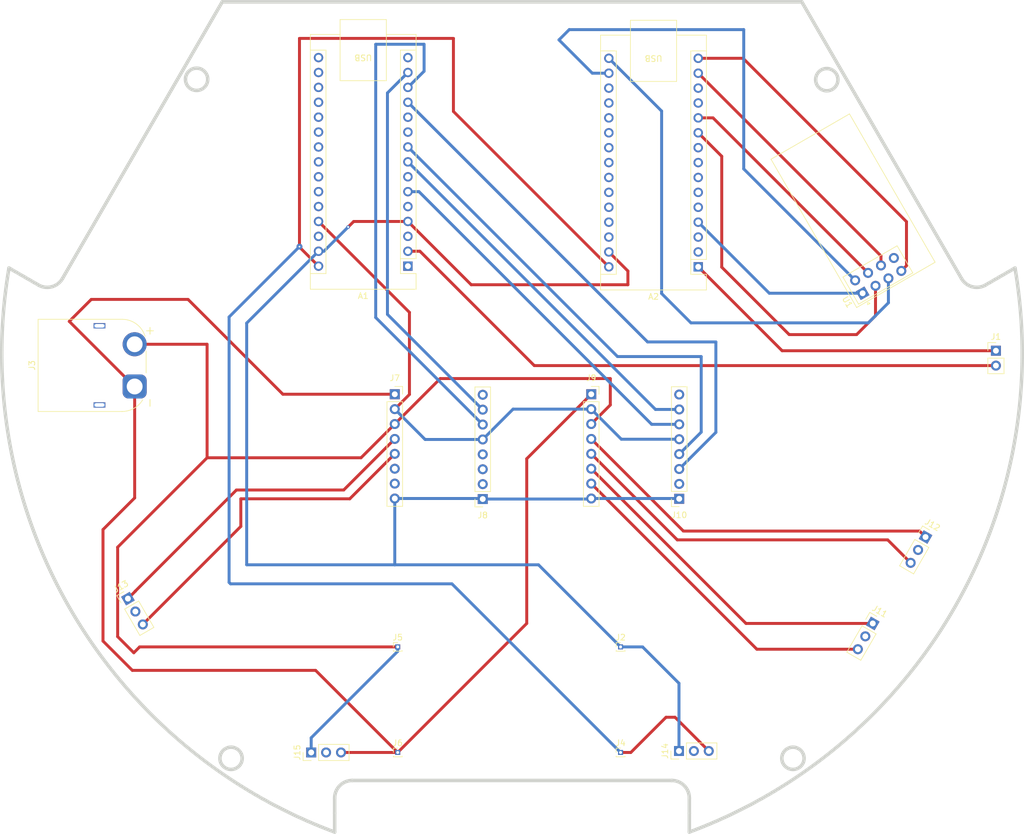
<source format=kicad_pcb>
(kicad_pcb (version 20241229) (generator "pcbnew") (generator_version "9.0")
  (layers (0 "F.Cu" signal) (2 "B.Cu" signal) (13 "F.Paste" user) (15 "B.Paste" user) (5 "F.SilkS" user "F.Silkscreen") (7 "B.SilkS" user "B.Silkscreen") (1 "F.Mask" user) (3 "B.Mask" user) (25 "Edge.Cuts" user))
  (net 0 "")
  (net 2 "Net-(A1-D0{slash}RX)")
  (net 3 "Net-(A1-VIN)")
  (net 5 "Net-(A1-D6)")
  (net 8 "Net-(A1-+5V)")
  (net 10 "Net-(A1-D9)")
  (net 15 "Net-(A1-D5)")
  (net 21 "Net-(A1-D3)")
  (net 24 "Net-(J10-Pin_1)")
  (net 27 "Net-(A1-D11)")
  (net 28 "Net-(A1-D10)")
  (net 32 "Net-(A2-3V3)")
  (net 36 "Net-(A2-D12)")
  (net 39 "Net-(A2-D13)")
  (net 41 "Net-(A2-D8)")
  (net 43 "Net-(A2-D11)")
  (net 45 "Net-(A2-D1{slash}TX)")
  (net 47 "Net-(A2-D7)")
  (net 53 "Net-(U1-GND)")
  (net 58 "Net-(J13-Pin_1)")
  (net 59 "Net-(J13-Pin_3)")
  (net 66 "Net-(J12-Pin_1)")
  (net 67 "Net-(J12-Pin_3)")
  (net 68 "Net-(J11-Pin_1)")
  (net 69 "Net-(J11-Pin_3)")
  (net 76 "Net-(J15-Pin_1)")
  (net 79 "Net-(J15-Pin_3)")
  (footprint "Module:Arduino_Nano" (layer "F.Cu") (at 147.065 66.99 180)
    (property "Reference" "A2" (at 7.62 -5.08 0) (layer "F.SilkS"))
    (property "Value" "Arduino_Nano_v2.x")
    (fp_line (start 16.64 39.5) (end 16.64 -3.94) (stroke (width 0.12)) (layer "F.SilkS"))
    (fp_line (start 16.64 39.5) (end 11.56 39.5) (stroke (width 0.12)) (layer "F.SilkS"))
    (fp_line (start 16.64 -3.94) (end -1.4 -3.94) (stroke (width 0.12)) (layer "F.SilkS"))
    (fp_line (start 13.97 36.83) (end 16.64 36.83) (stroke (width 0.12)) (layer "F.SilkS"))
    (fp_line (start 13.97 -1.27) (end 16.64 -1.27) (stroke (width 0.12)) (layer "F.SilkS"))
    (fp_line (start 13.97 -1.27) (end 13.97 36.83) (stroke (width 0.12)) (layer "F.SilkS"))
    (fp_line (start 11.56 42.04) (end 3.68 42.04) (stroke (width 0.12)) (layer "F.SilkS"))
    (fp_line (start 11.56 31.62) (end 11.56 42.04) (stroke (width 0.12)) (layer "F.SilkS"))
    (fp_line (start 3.68 42.04) (end 3.68 31.62) (stroke (width 0.12)) (layer "F.SilkS"))
    (fp_line (start 3.68 31.62) (end 11.56 31.62) (stroke (width 0.12)) (layer "F.SilkS"))
    (fp_line (start 1.27 36.83) (end -1.4 36.83) (stroke (width 0.12)) (layer "F.SilkS"))
    (fp_line (start 1.27 1.27) (end 1.27 36.83) (stroke (width 0.12)) (layer "F.SilkS"))
    (fp_line (start 1.27 1.27) (end 1.27 -1.27) (stroke (width 0.12)) (layer "F.SilkS"))
    (fp_line (start 1.27 1.27) (end -1.4 1.27) (stroke (width 0.12)) (layer "F.SilkS"))
    (fp_line (start 1.27 -1.27) (end -1.4 -1.27) (stroke (width 0.12)) (layer "F.SilkS"))
    (fp_line (start -1.4 39.5) (end 3.68 39.5) (stroke (width 0.12)) (layer "F.SilkS"))
    (fp_line (start -1.4 1.27) (end -1.4 39.5) (stroke (width 0.12)) (layer "F.SilkS"))
    (fp_line (start -1.4 -3.94) (end -1.4 -1.27) (stroke (width 0.12)) (layer "F.SilkS"))
    (fp_text user "USB" (at 7.62 35.56 180) (layer "F.SilkS"))
    (pad "1" thru_hole rect (at 0 0 180) (size 1.6 1.6) (drill 1) (layers "*.Cu" "*.Mask") (net 45 "Net-(A2-D1{slash}TX)"))
    (pad "2" thru_hole oval (at 0 2.54 180) (size 1.6 1.6) (drill 1) (layers "*.Cu" "*.Mask"))
    (pad "3" thru_hole oval (at 0 5.08 180) (size 1.6 1.6) (drill 1) (layers "*.Cu" "*.Mask"))
    (pad "4" thru_hole oval (at 0 7.62 180) (size 1.6 1.6) (drill 1) (layers "*.Cu" "*.Mask") (net 53 "Net-(U1-GND)"))
    (pad "5" thru_hole oval (at 0 10.16 180) (size 1.6 1.6) (drill 1) (layers "*.Cu" "*.Mask"))
    (pad "6" thru_hole oval (at 0 12.7 180) (size 1.6 1.6) (drill 1) (layers "*.Cu" "*.Mask"))
    (pad "7" thru_hole oval (at 0 15.24 180) (size 1.6 1.6) (drill 1) (layers "*.Cu" "*.Mask"))
    (pad "8" thru_hole oval (at 0 17.78 180) (size 1.6 1.6) (drill 1) (layers "*.Cu" "*.Mask"))
    (pad "9" thru_hole oval (at 0 20.32 180) (size 1.6 1.6) (drill 1) (layers "*.Cu" "*.Mask"))
    (pad "10" thru_hole oval (at 0 22.86 180) (size 1.6 1.6) (drill 1) (layers "*.Cu" "*.Mask") (net 47 "Net-(A2-D7)"))
    (pad "11" thru_hole oval (at 0 25.4 180) (size 1.6 1.6) (drill 1) (layers "*.Cu" "*.Mask") (net 41 "Net-(A2-D8)"))
    (pad "12" thru_hole oval (at 0 27.94 180) (size 1.6 1.6) (drill 1) (layers "*.Cu" "*.Mask"))
    (pad "13" thru_hole oval (at 0 30.48 180) (size 1.6 1.6) (drill 1) (layers "*.Cu" "*.Mask"))
    (pad "14" thru_hole oval (at 0 33.02 180) (size 1.6 1.6) (drill 1) (layers "*.Cu" "*.Mask") (net 43 "Net-(A2-D11)"))
    (pad "15" thru_hole oval (at 0 35.56 180) (size 1.6 1.6) (drill 1) (layers "*.Cu" "*.Mask") (net 36 "Net-(A2-D12)"))
    (pad "16" thru_hole oval (at 15.24 35.56 180) (size 1.6 1.6) (drill 1) (layers "*.Cu" "*.Mask") (net 39 "Net-(A2-D13)"))
    (pad "17" thru_hole oval (at 15.24 33.02 180) (size 1.6 1.6) (drill 1) (layers "*.Cu" "*.Mask") (net 32 "Net-(A2-3V3)"))
    (pad "18" thru_hole oval (at 15.24 30.48 180) (size 1.6 1.6) (drill 1) (layers "*.Cu" "*.Mask"))
    (pad "19" thru_hole oval (at 15.24 27.94 180) (size 1.6 1.6) (drill 1) (layers "*.Cu" "*.Mask"))
    (pad "20" thru_hole oval (at 15.24 25.4 180) (size 1.6 1.6) (drill 1) (layers "*.Cu" "*.Mask"))
    (pad "21" thru_hole oval (at 15.24 22.86 180) (size 1.6 1.6) (drill 1) (layers "*.Cu" "*.Mask"))
    (pad "22" thru_hole oval (at 15.24 20.32 180) (size 1.6 1.6) (drill 1) (layers "*.Cu" "*.Mask"))
    (pad "23" thru_hole oval (at 15.24 17.78 180) (size 1.6 1.6) (drill 1) (layers "*.Cu" "*.Mask"))
    (pad "24" thru_hole oval (at 15.24 15.24 180) (size 1.6 1.6) (drill 1) (layers "*.Cu" "*.Mask"))
    (pad "25" thru_hole oval (at 15.24 12.7 180) (size 1.6 1.6) (drill 1) (layers "*.Cu" "*.Mask"))
    (pad "26" thru_hole oval (at 15.24 10.16 180) (size 1.6 1.6) (drill 1) (layers "*.Cu" "*.Mask"))
    (pad "27" thru_hole oval (at 15.24 7.62 180) (size 1.6 1.6) (drill 1) (layers "*.Cu" "*.Mask"))
    (pad "28" thru_hole oval (at 15.24 5.08 180) (size 1.6 1.6) (drill 1) (layers "*.Cu" "*.Mask"))
    (pad "29" thru_hole oval (at 15.24 2.54 180) (size 1.6 1.6) (drill 1) (layers "*.Cu" "*.Mask") (net 24 "Net-(J10-Pin_1)"))
    (pad "30" thru_hole oval (at 15.24 0 180) (size 1.6 1.6) (drill 1) (layers "*.Cu" "*.Mask") (net 3 "Net-(A1-VIN)"))
  )
  (footprint "Connector_PinHeader_2.54mm:PinHeader_1x02_P2.54mm_Vertical" (layer "F.Cu") (at 197.825 81.29)
    (property "Reference" "J1" (at 0 -2.38 0) (layer "F.SilkS"))
    (property "Value" "Conn_01x02_Pin")
    (fp_line (start -1.38 -1.38) (end 0 -1.38) (stroke (width 0.12)) (layer "F.SilkS"))
    (fp_line (start -1.38 0) (end -1.38 -1.38) (stroke (width 0.12)) (layer "F.SilkS"))
    (fp_line (start -1.38 1.27) (end -1.38 3.92) (stroke (width 0.12)) (layer "F.SilkS"))
    (fp_line (start -1.38 1.27) (end 1.38 1.27) (stroke (width 0.12)) (layer "F.SilkS"))
    (fp_line (start -1.38 3.92) (end 1.38 3.92) (stroke (width 0.12)) (layer "F.SilkS"))
    (fp_line (start 1.38 1.27) (end 1.38 3.92) (stroke (width 0.12)) (layer "F.SilkS"))
    (pad "1" thru_hole rect (at 0 0) (size 1.7 1.7) (drill 1) (layers "*.Cu" "*.Mask") (net 45 "Net-(A2-D1{slash}TX)"))
    (pad "2" thru_hole circle (at 0 2.54) (size 1.7 1.7) (drill 1) (layers "*.Cu" "*.Mask") (net 2 "Net-(A1-D0{slash}RX)"))
  )
  (footprint "Connector_PinHeader_1.00mm:PinHeader_1x01_P1.00mm_Vertical" (layer "F.Cu") (at 95.825 149.79)
    (property "Reference" "J6" (at 0 -1.61 0) (layer "F.SilkS"))
    (property "Value" "Conn_01x01_Pin")
    (fp_line (start -0.745 -0.735) (end 0 -0.735) (stroke (width 0.12)) (layer "F.SilkS"))
    (fp_line (start -0.745 0) (end -0.745 -0.735) (stroke (width 0.12)) (layer "F.SilkS"))
    (fp_line (start -0.745 0.735) (end -0.745 0.61) (stroke (width 0.12)) (layer "F.SilkS"))
    (fp_line (start -0.745 0.735) (end -0.685565 0.735) (stroke (width 0.12)) (layer "F.SilkS"))
    (fp_line (start -0.745 0.735) (end 0.745 0.735) (stroke (width 0.12)) (layer "F.SilkS"))
    (fp_line (start 0.685565 0.735) (end 0.745 0.735) (stroke (width 0.12)) (layer "F.SilkS"))
    (fp_line (start 0.745 0.735) (end 0.745 0.61) (stroke (width 0.12)) (layer "F.SilkS"))
    (pad "1" thru_hole rect (at 0 0) (size 0.85 0.85) (drill 0.5) (layers "*.Cu" "*.Mask") (net 79 "Net-(J15-Pin_3)"))
  )
  (footprint "Connector_PinHeader_2.54mm:PinHeader_1x03_P2.54mm_Vertical" (layer "F.Cu") (at 81.075 149.79 90)
    (property "Reference" "J15" (at 0 -2.38 90) (layer "F.SilkS"))
    (property "Value" "Conn_01x03_Pin")
    (fp_line (start -1.38 -1.38) (end 0 -1.38) (stroke (width 0.12)) (layer "F.SilkS"))
    (fp_line (start -1.38 0) (end -1.38 -1.38) (stroke (width 0.12)) (layer "F.SilkS"))
    (fp_line (start 1.38 1.27) (end 1.38 6.46) (stroke (width 0.12)) (layer "F.SilkS"))
    (fp_line (start -1.38 1.27) (end 1.38 1.27) (stroke (width 0.12)) (layer "F.SilkS"))
    (fp_line (start -1.38 1.27) (end -1.38 6.46) (stroke (width 0.12)) (layer "F.SilkS"))
    (fp_line (start -1.38 6.46) (end 1.38 6.46) (stroke (width 0.12)) (layer "F.SilkS"))
    (pad "1" thru_hole rect (at 0 0 90) (size 1.7 1.7) (drill 1) (layers "*.Cu" "*.Mask") (net 76 "Net-(J15-Pin_1)"))
    (pad "2" thru_hole circle (at 0 2.54 90) (size 1.7 1.7) (drill 1) (layers "*.Cu" "*.Mask"))
    (pad "3" thru_hole circle (at 0 5.08 90) (size 1.7 1.7) (drill 1) (layers "*.Cu" "*.Mask") (net 79 "Net-(J15-Pin_3)"))
  )
  (footprint "Connector_PinHeader_1.00mm:PinHeader_1x01_P1.00mm_Vertical" (layer "F.Cu") (at 95.825 131.79)
    (property "Reference" "J5" (at 0 -1.61 0) (layer "F.SilkS"))
    (property "Value" "Conn_01x01_Pin")
    (fp_line (start -0.745 -0.735) (end 0 -0.735) (stroke (width 0.12)) (layer "F.SilkS"))
    (fp_line (start -0.745 0) (end -0.745 -0.735) (stroke (width 0.12)) (layer "F.SilkS"))
    (fp_line (start -0.745 0.735) (end -0.745 0.61) (stroke (width 0.12)) (layer "F.SilkS"))
    (fp_line (start -0.745 0.735) (end -0.685565 0.735) (stroke (width 0.12)) (layer "F.SilkS"))
    (fp_line (start -0.745 0.735) (end 0.745 0.735) (stroke (width 0.12)) (layer "F.SilkS"))
    (fp_line (start 0.685565 0.735) (end 0.745 0.735) (stroke (width 0.12)) (layer "F.SilkS"))
    (fp_line (start 0.745 0.735) (end 0.745 0.61) (stroke (width 0.12)) (layer "F.SilkS"))
    (pad "1" thru_hole rect (at 0 0) (size 0.85 0.85) (drill 0.5) (layers "*.Cu" "*.Mask") (net 76 "Net-(J15-Pin_1)"))
  )
  (footprint "RF_Module:nRF24L01_Breakout" (layer "F.Cu") (at 175.095 71.489705 120)
    (property "Reference" "U1" (at 0 -3 120) (layer "F.SilkS"))
    (property "Value" "NRF24L01_Breakout")
    (fp_line (start 27.6 -2.1) (end 27.6 13.35) (stroke (width 0.12)) (layer "F.SilkS"))
    (fp_line (start 4.064 -1.524) (end 4.064 9.144) (stroke (width 0.12)) (layer "F.SilkS"))
    (fp_line (start 27.6 13.35) (end -1.6 13.35) (stroke (width 0.12)) (layer "F.SilkS"))
    (fp_line (start -1.6 -2.1) (end 27.6 -2.1) (stroke (width 0.12)) (layer "F.SilkS"))
    (fp_line (start -1.6 -2.1) (end -1.6 -2.1) (stroke (width 0.12)) (layer "F.SilkS"))
    (fp_line (start -1.27 -1.524) (end 4.064 -1.524) (stroke (width 0.12)) (layer "F.SilkS"))
    (fp_line (start -1.27 -1.524) (end -1.27 -1.524) (stroke (width 0.12)) (layer "F.SilkS"))
    (fp_line (start 4.064 9.144) (end -1.27 9.144) (stroke (width 0.12)) (layer "F.SilkS"))
    (fp_line (start -1.27 9.144) (end -1.27 -1.524) (stroke (width 0.12)) (layer "F.SilkS"))
    (fp_line (start -1.27 9.144) (end -1.27 9.144) (stroke (width 0.12)) (layer "F.SilkS"))
    (fp_line (start -1.6 13.35) (end -1.6 -2.1) (stroke (width 0.12)) (layer "F.SilkS"))
    (fp_poly (pts (xy -1.8 0) (xy -2.136 0.24) (xy -2.136 -0.24) (xy -1.8 0)) (stroke (width 0.12)) (fill yes) (layer "F.SilkS"))
    (pad "1" thru_hole rect (at 0 0 120) (size 1.7 1.7) (drill 1) (layers "*.Cu" "*.Mask") (net 53 "Net-(U1-GND)"))
    (pad "2" thru_hole circle (at 2.54 0 120) (size 1.7 1.7) (drill 1) (layers "*.Cu" "*.Mask") (net 32 "Net-(A2-3V3)"))
    (pad "3" thru_hole circle (at 0 2.54 120) (size 1.7 1.7) (drill 1) (layers "*.Cu" "*.Mask") (net 47 "Net-(A2-D7)"))
    (pad "4" thru_hole circle (at 2.54 2.540001 120) (size 1.7 1.7) (drill 1) (layers "*.Cu" "*.Mask") (net 41 "Net-(A2-D8)"))
    (pad "5" thru_hole circle (at 0 5.08 120) (size 1.7 1.7) (drill 1) (layers "*.Cu" "*.Mask") (net 39 "Net-(A2-D13)"))
    (pad "6" thru_hole circle (at 2.54 5.08 120) (size 1.7 1.7) (drill 1) (layers "*.Cu" "*.Mask") (net 43 "Net-(A2-D11)"))
    (pad "7" thru_hole circle (at 0 7.62 120) (size 1.7 1.7) (drill 1) (layers "*.Cu" "*.Mask") (net 36 "Net-(A2-D12)"))
    (pad "8" thru_hole circle (at 2.54 7.620001 120) (size 1.7 1.7) (drill 1) (layers "*.Cu" "*.Mask"))
  )
  (footprint "Connector_PinSocket_2.54mm:PinSocket_1x08_P2.54mm_Vertical" (layer "F.Cu") (at 95.325 88.71)
    (property "Reference" "J7" (at 0 -2.77 0) (layer "F.SilkS"))
    (property "Value" "Conn_01x08_Socket")
    (fp_line (start -1.33 1.27) (end -1.33 19.11) (stroke (width 0.12)) (layer "F.SilkS"))
    (fp_line (start -1.33 1.27) (end 1.33 1.27) (stroke (width 0.12)) (layer "F.SilkS"))
    (fp_line (start -1.33 19.11) (end 1.33 19.11) (stroke (width 0.12)) (layer "F.SilkS"))
    (fp_line (start 0 -1.33) (end 1.33 -1.33) (stroke (width 0.12)) (layer "F.SilkS"))
    (fp_line (start 1.33 -1.33) (end 1.33 0) (stroke (width 0.12)) (layer "F.SilkS"))
    (fp_line (start 1.33 1.27) (end 1.33 19.11) (stroke (width 0.12)) (layer "F.SilkS"))
    (pad "1" thru_hole rect (at 0 0) (size 1.7 1.7) (drill 1) (layers "*.Cu" "*.Mask") (net 79 "Net-(J15-Pin_3)"))
    (pad "2" thru_hole circle (at 0 2.54) (size 1.7 1.7) (drill 1) (layers "*.Cu" "*.Mask") (net 8 "Net-(A1-+5V)"))
    (pad "3" thru_hole circle (at 0 5.08) (size 1.7 1.7) (drill 1) (layers "*.Cu" "*.Mask") (net 76 "Net-(J15-Pin_1)"))
    (pad "4" thru_hole circle (at 0 7.62) (size 1.7 1.7) (drill 1) (layers "*.Cu" "*.Mask") (net 58 "Net-(J13-Pin_1)"))
    (pad "5" thru_hole circle (at 0 10.16) (size 1.7 1.7) (drill 1) (layers "*.Cu" "*.Mask") (net 59 "Net-(J13-Pin_3)"))
    (pad "6" thru_hole circle (at 0 12.7) (size 1.7 1.7) (drill 1) (layers "*.Cu" "*.Mask"))
    (pad "7" thru_hole circle (at 0 15.24) (size 1.7 1.7) (drill 1) (layers "*.Cu" "*.Mask"))
    (pad "8" thru_hole circle (at 0 17.78) (size 1.7 1.7) (drill 1) (layers "*.Cu" "*.Mask") (net 24 "Net-(J10-Pin_1)"))
  )
  (footprint "Connector_PinHeader_1.00mm:PinHeader_1x01_P1.00mm_Vertical" (layer "F.Cu") (at 133.825 131.79)
    (property "Reference" "J2" (at 0 -1.61 0) (layer "F.SilkS"))
    (property "Value" "Conn_01x01_Pin")
    (fp_line (start -0.745 -0.735) (end 0 -0.735) (stroke (width 0.12)) (layer "F.SilkS"))
    (fp_line (start -0.745 0) (end -0.745 -0.735) (stroke (width 0.12)) (layer "F.SilkS"))
    (fp_line (start -0.745 0.735) (end -0.745 0.61) (stroke (width 0.12)) (layer "F.SilkS"))
    (fp_line (start -0.745 0.735) (end -0.685565 0.735) (stroke (width 0.12)) (layer "F.SilkS"))
    (fp_line (start -0.745 0.735) (end 0.745 0.735) (stroke (width 0.12)) (layer "F.SilkS"))
    (fp_line (start 0.685565 0.735) (end 0.745 0.735) (stroke (width 0.12)) (layer "F.SilkS"))
    (fp_line (start 0.745 0.735) (end 0.745 0.61) (stroke (width 0.12)) (layer "F.SilkS"))
    (pad "1" thru_hole rect (at 0 0) (size 0.85 0.85) (drill 0.5) (layers "*.Cu" "*.Mask") (net 24 "Net-(J10-Pin_1)"))
  )
  (footprint "Connector_PinHeader_2.54mm:PinHeader_1x03_P2.54mm_Vertical" (layer "F.Cu") (at 49.825 123.557949 30)
    (property "Reference" "J13" (at 0 -2.38 30) (layer "F.SilkS"))
    (property "Value" "Conn_01x03_Pin")
    (fp_line (start -1.38 -1.38) (end 0 -1.38) (stroke (width 0.12)) (layer "F.SilkS"))
    (fp_line (start -1.38 0) (end -1.38 -1.38) (stroke (width 0.12)) (layer "F.SilkS"))
    (fp_line (start -1.38 1.27) (end 1.38 1.27) (stroke (width 0.12)) (layer "F.SilkS"))
    (fp_line (start -1.38 1.27) (end -1.38 6.46) (stroke (width 0.12)) (layer "F.SilkS"))
    (fp_line (start 1.38 1.27) (end 1.38 6.46) (stroke (width 0.12)) (layer "F.SilkS"))
    (fp_line (start -1.38 6.46) (end 1.38 6.46) (stroke (width 0.12)) (layer "F.SilkS"))
    (pad "1" thru_hole rect (at 0 0 30) (size 1.7 1.7) (drill 1) (layers "*.Cu" "*.Mask") (net 58 "Net-(J13-Pin_1)"))
    (pad "2" thru_hole circle (at 0 2.54 30) (size 1.7 1.7) (drill 1) (layers "*.Cu" "*.Mask"))
    (pad "3" thru_hole circle (at 0 5.08 30) (size 1.7 1.7) (drill 1) (layers "*.Cu" "*.Mask") (net 59 "Net-(J13-Pin_3)"))
  )
  (footprint "Module:Arduino_Nano" (layer "F.Cu") (at 97.565 66.87 180)
    (property "Reference" "A1" (at 7.62 -5.08 0) (layer "F.SilkS"))
    (property "Value" "Arduino_Nano_v2.x")
    (fp_line (start 16.64 39.5) (end 16.64 -3.94) (stroke (width 0.12)) (layer "F.SilkS"))
    (fp_line (start 16.64 39.5) (end 11.56 39.5) (stroke (width 0.12)) (layer "F.SilkS"))
    (fp_line (start 16.64 -3.94) (end -1.4 -3.94) (stroke (width 0.12)) (layer "F.SilkS"))
    (fp_line (start 13.97 36.83) (end 16.64 36.83) (stroke (width 0.12)) (layer "F.SilkS"))
    (fp_line (start 13.97 -1.27) (end 16.64 -1.27) (stroke (width 0.12)) (layer "F.SilkS"))
    (fp_line (start 13.97 -1.27) (end 13.97 36.83) (stroke (width 0.12)) (layer "F.SilkS"))
    (fp_line (start 11.56 42.04) (end 3.68 42.04) (stroke (width 0.12)) (layer "F.SilkS"))
    (fp_line (start 11.56 31.62) (end 11.56 42.04) (stroke (width 0.12)) (layer "F.SilkS"))
    (fp_line (start 3.68 42.04) (end 3.68 31.62) (stroke (width 0.12)) (layer "F.SilkS"))
    (fp_line (start 3.68 31.62) (end 11.56 31.62) (stroke (width 0.12)) (layer "F.SilkS"))
    (fp_line (start 1.27 36.83) (end -1.4 36.83) (stroke (width 0.12)) (layer "F.SilkS"))
    (fp_line (start 1.27 1.27) (end 1.27 36.83) (stroke (width 0.12)) (layer "F.SilkS"))
    (fp_line (start 1.27 1.27) (end 1.27 -1.27) (stroke (width 0.12)) (layer "F.SilkS"))
    (fp_line (start 1.27 1.27) (end -1.4 1.27) (stroke (width 0.12)) (layer "F.SilkS"))
    (fp_line (start 1.27 -1.27) (end -1.4 -1.27) (stroke (width 0.12)) (layer "F.SilkS"))
    (fp_line (start -1.4 39.5) (end 3.68 39.5) (stroke (width 0.12)) (layer "F.SilkS"))
    (fp_line (start -1.4 1.27) (end -1.4 39.5) (stroke (width 0.12)) (layer "F.SilkS"))
    (fp_line (start -1.4 -3.94) (end -1.4 -1.27) (stroke (width 0.12)) (layer "F.SilkS"))
    (fp_text user "USB" (at 7.62 35.56 180) (layer "F.SilkS"))
    (pad "1" thru_hole rect (at 0 0 180) (size 1.6 1.6) (drill 1) (layers "*.Cu" "*.Mask"))
    (pad "2" thru_hole oval (at 0 2.54 180) (size 1.6 1.6) (drill 1) (layers "*.Cu" "*.Mask") (net 2 "Net-(A1-D0{slash}RX)"))
    (pad "3" thru_hole oval (at 0 5.08 180) (size 1.6 1.6) (drill 1) (layers "*.Cu" "*.Mask"))
    (pad "4" thru_hole oval (at 0 7.62 180) (size 1.6 1.6) (drill 1) (layers "*.Cu" "*.Mask") (net 24 "Net-(J10-Pin_1)"))
    (pad "5" thru_hole oval (at 0 10.16 180) (size 1.6 1.6) (drill 1) (layers "*.Cu" "*.Mask"))
    (pad "6" thru_hole oval (at 0 12.7 180) (size 1.6 1.6) (drill 1) (layers "*.Cu" "*.Mask") (net 21 "Net-(A1-D3)"))
    (pad "7" thru_hole oval (at 0 15.24 180) (size 1.6 1.6) (drill 1) (layers "*.Cu" "*.Mask"))
    (pad "8" thru_hole oval (at 0 17.78 180) (size 1.6 1.6) (drill 1) (layers "*.Cu" "*.Mask") (net 15 "Net-(A1-D5)"))
    (pad "9" thru_hole oval (at 0 20.32 180) (size 1.6 1.6) (drill 1) (layers "*.Cu" "*.Mask") (net 5 "Net-(A1-D6)"))
    (pad "10" thru_hole oval (at 0 22.86 180) (size 1.6 1.6) (drill 1) (layers "*.Cu" "*.Mask"))
    (pad "11" thru_hole oval (at 0 25.4 180) (size 1.6 1.6) (drill 1) (layers "*.Cu" "*.Mask"))
    (pad "12" thru_hole oval (at 0 27.94 180) (size 1.6 1.6) (drill 1) (layers "*.Cu" "*.Mask") (net 10 "Net-(A1-D9)"))
    (pad "13" thru_hole oval (at 0 30.48 180) (size 1.6 1.6) (drill 1) (layers "*.Cu" "*.Mask") (net 28 "Net-(A1-D10)"))
    (pad "14" thru_hole oval (at 0 33.02 180) (size 1.6 1.6) (drill 1) (layers "*.Cu" "*.Mask") (net 27 "Net-(A1-D11)"))
    (pad "15" thru_hole oval (at 0 35.56 180) (size 1.6 1.6) (drill 1) (layers "*.Cu" "*.Mask"))
    (pad "16" thru_hole oval (at 15.24 35.56 180) (size 1.6 1.6) (drill 1) (layers "*.Cu" "*.Mask"))
    (pad "17" thru_hole oval (at 15.24 33.02 180) (size 1.6 1.6) (drill 1) (layers "*.Cu" "*.Mask"))
    (pad "18" thru_hole oval (at 15.24 30.48 180) (size 1.6 1.6) (drill 1) (layers "*.Cu" "*.Mask"))
    (pad "19" thru_hole oval (at 15.24 27.94 180) (size 1.6 1.6) (drill 1) (layers "*.Cu" "*.Mask"))
    (pad "20" thru_hole oval (at 15.24 25.4 180) (size 1.6 1.6) (drill 1) (layers "*.Cu" "*.Mask"))
    (pad "21" thru_hole oval (at 15.24 22.86 180) (size 1.6 1.6) (drill 1) (layers "*.Cu" "*.Mask"))
    (pad "22" thru_hole oval (at 15.24 20.32 180) (size 1.6 1.6) (drill 1) (layers "*.Cu" "*.Mask"))
    (pad "23" thru_hole oval (at 15.24 17.78 180) (size 1.6 1.6) (drill 1) (layers "*.Cu" "*.Mask"))
    (pad "24" thru_hole oval (at 15.24 15.24 180) (size 1.6 1.6) (drill 1) (layers "*.Cu" "*.Mask"))
    (pad "25" thru_hole oval (at 15.24 12.7 180) (size 1.6 1.6) (drill 1) (layers "*.Cu" "*.Mask"))
    (pad "26" thru_hole oval (at 15.24 10.16 180) (size 1.6 1.6) (drill 1) (layers "*.Cu" "*.Mask"))
    (pad "27" thru_hole oval (at 15.24 7.62 180) (size 1.6 1.6) (drill 1) (layers "*.Cu" "*.Mask") (net 8 "Net-(A1-+5V)"))
    (pad "28" thru_hole oval (at 15.24 5.08 180) (size 1.6 1.6) (drill 1) (layers "*.Cu" "*.Mask"))
    (pad "29" thru_hole oval (at 15.24 2.54 180) (size 1.6 1.6) (drill 1) (layers "*.Cu" "*.Mask") (net 24 "Net-(J10-Pin_1)"))
    (pad "30" thru_hole oval (at 15.24 0 180) (size 1.6 1.6) (drill 1) (layers "*.Cu" "*.Mask") (net 3 "Net-(A1-VIN)"))
  )
  (footprint "Connector_PinHeader_2.54mm:PinHeader_1x03_P2.54mm_Vertical" (layer "F.Cu") (at 143.785 149.54 90)
    (property "Reference" "J14" (at 0 -2.38 90) (layer "F.SilkS"))
    (property "Value" "Conn_01x03_Pin")
    (fp_line (start -1.38 -1.38) (end 0 -1.38) (stroke (width 0.12)) (layer "F.SilkS"))
    (fp_line (start -1.38 0) (end -1.38 -1.38) (stroke (width 0.12)) (layer "F.SilkS"))
    (fp_line (start 1.38 1.27) (end 1.38 6.46) (stroke (width 0.12)) (layer "F.SilkS"))
    (fp_line (start -1.38 1.27) (end 1.38 1.27) (stroke (width 0.12)) (layer "F.SilkS"))
    (fp_line (start -1.38 1.27) (end -1.38 6.46) (stroke (width 0.12)) (layer "F.SilkS"))
    (fp_line (start -1.38 6.46) (end 1.38 6.46) (stroke (width 0.12)) (layer "F.SilkS"))
    (pad "1" thru_hole rect (at 0 0 90) (size 1.7 1.7) (drill 1) (layers "*.Cu" "*.Mask") (net 24 "Net-(J10-Pin_1)"))
    (pad "2" thru_hole circle (at 0 2.54 90) (size 1.7 1.7) (drill 1) (layers "*.Cu" "*.Mask"))
    (pad "3" thru_hole circle (at 0 5.08 90) (size 1.7 1.7) (drill 1) (layers "*.Cu" "*.Mask") (net 3 "Net-(A1-VIN)"))
  )
  (footprint "Connector_PinHeader_2.54mm:PinHeader_1x03_P2.54mm_Vertical" (layer "F.Cu") (at 176.825 127.79 -30)
    (property "Reference" "J11" (at 0 -2.38 330) (layer "F.SilkS"))
    (property "Value" "Conn_01x03_Pin")
    (fp_line (start -1.38 6.46) (end 1.38 6.46) (stroke (width 0.12)) (layer "F.SilkS"))
    (fp_line (start -1.38 1.27) (end -1.38 6.46) (stroke (width 0.12)) (layer "F.SilkS"))
    (fp_line (start -1.38 1.27) (end 1.38 1.27) (stroke (width 0.12)) (layer "F.SilkS"))
    (fp_line (start -1.38 0) (end -1.38 -1.38) (stroke (width 0.12)) (layer "F.SilkS"))
    (fp_line (start -1.38 -1.38) (end 0 -1.38) (stroke (width 0.12)) (layer "F.SilkS"))
    (fp_line (start 1.38 1.27) (end 1.38 6.46) (stroke (width 0.12)) (layer "F.SilkS"))
    (pad "1" thru_hole rect (at 0 0 330) (size 1.7 1.7) (drill 1) (layers "*.Cu" "*.Mask") (net 68 "Net-(J11-Pin_1)"))
    (pad "2" thru_hole circle (at 0 2.54 330) (size 1.7 1.7) (drill 1) (layers "*.Cu" "*.Mask"))
    (pad "3" thru_hole circle (at 0 5.08 330) (size 1.7 1.7) (drill 1) (layers "*.Cu" "*.Mask") (net 69 "Net-(J11-Pin_3)"))
  )
  (footprint "Connector_PinHeader_1.00mm:PinHeader_1x01_P1.00mm_Vertical" (layer "F.Cu") (at 133.825 149.79)
    (property "Reference" "J4" (at 0 -1.61 0) (layer "F.SilkS"))
    (property "Value" "Conn_01x01_Pin")
    (fp_line (start -0.745 -0.735) (end 0 -0.735) (stroke (width 0.12)) (layer "F.SilkS"))
    (fp_line (start -0.745 0) (end -0.745 -0.735) (stroke (width 0.12)) (layer "F.SilkS"))
    (fp_line (start -0.745 0.735) (end -0.745 0.61) (stroke (width 0.12)) (layer "F.SilkS"))
    (fp_line (start -0.745 0.735) (end -0.685565 0.735) (stroke (width 0.12)) (layer "F.SilkS"))
    (fp_line (start -0.745 0.735) (end 0.745 0.735) (stroke (width 0.12)) (layer "F.SilkS"))
    (fp_line (start 0.685565 0.735) (end 0.745 0.735) (stroke (width 0.12)) (layer "F.SilkS"))
    (fp_line (start 0.745 0.735) (end 0.745 0.61) (stroke (width 0.12)) (layer "F.SilkS"))
    (pad "1" thru_hole rect (at 0 0) (size 0.85 0.85) (drill 0.5) (layers "*.Cu" "*.Mask") (net 3 "Net-(A1-VIN)"))
  )
  (footprint "Connector_PinHeader_2.54mm:PinHeader_1x03_P2.54mm_Vertical" (layer "F.Cu") (at 185.825 113.057949 -30)
    (property "Reference" "J12" (at 0 -2.38 330) (layer "F.SilkS"))
    (property "Value" "Conn_01x03_Pin")
    (fp_line (start -1.38 6.46) (end 1.38 6.46) (stroke (width 0.12)) (layer "F.SilkS"))
    (fp_line (start -1.38 1.27) (end -1.38 6.46) (stroke (width 0.12)) (layer "F.SilkS"))
    (fp_line (start -1.38 1.27) (end 1.38 1.27) (stroke (width 0.12)) (layer "F.SilkS"))
    (fp_line (start -1.38 0) (end -1.38 -1.38) (stroke (width 0.12)) (layer "F.SilkS"))
    (fp_line (start -1.38 -1.38) (end 0 -1.38) (stroke (width 0.12)) (layer "F.SilkS"))
    (fp_line (start 1.38 1.27) (end 1.38 6.46) (stroke (width 0.12)) (layer "F.SilkS"))
    (pad "1" thru_hole rect (at 0 0 330) (size 1.7 1.7) (drill 1) (layers "*.Cu" "*.Mask") (net 66 "Net-(J12-Pin_1)"))
    (pad "2" thru_hole circle (at 0 2.54 330) (size 1.7 1.7) (drill 1) (layers "*.Cu" "*.Mask"))
    (pad "3" thru_hole circle (at 0 5.08 330) (size 1.7 1.7) (drill 1) (layers "*.Cu" "*.Mask") (net 67 "Net-(J12-Pin_3)"))
  )
  (footprint "Connector_PinSocket_2.54mm:PinSocket_1x08_P2.54mm_Vertical" (layer "F.Cu") (at 128.825 88.71)
    (property "Reference" "J9" (at 0 -2.77 0) (layer "F.SilkS"))
    (property "Value" "Conn_01x08_Socket")
    (fp_line (start -1.33 1.27) (end -1.33 19.11) (stroke (width 0.12)) (layer "F.SilkS"))
    (fp_line (start -1.33 1.27) (end 1.33 1.27) (stroke (width 0.12)) (layer "F.SilkS"))
    (fp_line (start -1.33 19.11) (end 1.33 19.11) (stroke (width 0.12)) (layer "F.SilkS"))
    (fp_line (start 0 -1.33) (end 1.33 -1.33) (stroke (width 0.12)) (layer "F.SilkS"))
    (fp_line (start 1.33 -1.33) (end 1.33 0) (stroke (width 0.12)) (layer "F.SilkS"))
    (fp_line (start 1.33 1.27) (end 1.33 19.11) (stroke (width 0.12)) (layer "F.SilkS"))
    (pad "1" thru_hole rect (at 0 0) (size 1.7 1.7) (drill 1) (layers "*.Cu" "*.Mask") (net 79 "Net-(J15-Pin_3)"))
    (pad "2" thru_hole circle (at 0 2.54) (size 1.7 1.7) (drill 1) (layers "*.Cu" "*.Mask") (net 8 "Net-(A1-+5V)"))
    (pad "3" thru_hole circle (at 0 5.08) (size 1.7 1.7) (drill 1) (layers "*.Cu" "*.Mask") (net 76 "Net-(J15-Pin_1)"))
    (pad "4" thru_hole circle (at 0 7.62) (size 1.7 1.7) (drill 1) (layers "*.Cu" "*.Mask") (net 66 "Net-(J12-Pin_1)"))
    (pad "5" thru_hole circle (at 0 10.16) (size 1.7 1.7) (drill 1) (layers "*.Cu" "*.Mask") (net 67 "Net-(J12-Pin_3)"))
    (pad "6" thru_hole circle (at 0 12.7) (size 1.7 1.7) (drill 1) (layers "*.Cu" "*.Mask") (net 68 "Net-(J11-Pin_1)"))
    (pad "7" thru_hole circle (at 0 15.24) (size 1.7 1.7) (drill 1) (layers "*.Cu" "*.Mask") (net 69 "Net-(J11-Pin_3)"))
    (pad "8" thru_hole circle (at 0 17.78) (size 1.7 1.7) (drill 1) (layers "*.Cu" "*.Mask") (net 24 "Net-(J10-Pin_1)"))
  )
  (footprint "Connector_PinSocket_2.54mm:PinSocket_1x08_P2.54mm_Vertical" (layer "F.Cu") (at 143.825 106.54 180)
    (property "Reference" "J10" (at 0 -2.77 0) (layer "F.SilkS"))
    (property "Value" "Conn_01x08_Socket")
    (fp_line (start 1.33 1.27) (end 1.33 19.11) (stroke (width 0.12)) (layer "F.SilkS"))
    (fp_line (start 1.33 -1.33) (end 1.33 0) (stroke (width 0.12)) (layer "F.SilkS"))
    (fp_line (start 0 -1.33) (end 1.33 -1.33) (stroke (width 0.12)) (layer "F.SilkS"))
    (fp_line (start -1.33 19.11) (end 1.33 19.11) (stroke (width 0.12)) (layer "F.SilkS"))
    (fp_line (start -1.33 1.27) (end 1.33 1.27) (stroke (width 0.12)) (layer "F.SilkS"))
    (fp_line (start -1.33 1.27) (end -1.33 19.11) (stroke (width 0.12)) (layer "F.SilkS"))
    (pad "1" thru_hole rect (at 0 0 180) (size 1.7 1.7) (drill 1) (layers "*.Cu" "*.Mask") (net 24 "Net-(J10-Pin_1)"))
    (pad "2" thru_hole circle (at 0 2.54 180) (size 1.7 1.7) (drill 1) (layers "*.Cu" "*.Mask"))
    (pad "3" thru_hole circle (at 0 5.08 180) (size 1.7 1.7) (drill 1) (layers "*.Cu" "*.Mask") (net 10 "Net-(A1-D9)"))
    (pad "4" thru_hole circle (at 0 7.62 180) (size 1.7 1.7) (drill 1) (layers "*.Cu" "*.Mask") (net 5 "Net-(A1-D6)"))
    (pad "5" thru_hole circle (at 0 10.16 180) (size 1.7 1.7) (drill 1) (layers "*.Cu" "*.Mask") (net 8 "Net-(A1-+5V)"))
    (pad "6" thru_hole circle (at 0 12.7 180) (size 1.7 1.7) (drill 1) (layers "*.Cu" "*.Mask") (net 21 "Net-(A1-D3)"))
    (pad "7" thru_hole circle (at 0 15.24 180) (size 1.7 1.7) (drill 1) (layers "*.Cu" "*.Mask") (net 15 "Net-(A1-D5)"))
    (pad "8" thru_hole circle (at 0 17.78 180) (size 1.7 1.7) (drill 1) (layers "*.Cu" "*.Mask"))
  )
  (footprint "Connector_PinSocket_2.54mm:PinSocket_1x08_P2.54mm_Vertical" (layer "F.Cu") (at 110.325 106.58 180)
    (property "Reference" "J8" (at 0 -2.77 0) (layer "F.SilkS"))
    (property "Value" "Conn_01x08_Socket")
    (fp_line (start 1.33 1.27) (end 1.33 19.11) (stroke (width 0.12)) (layer "F.SilkS"))
    (fp_line (start 1.33 -1.33) (end 1.33 0) (stroke (width 0.12)) (layer "F.SilkS"))
    (fp_line (start 0 -1.33) (end 1.33 -1.33) (stroke (width 0.12)) (layer "F.SilkS"))
    (fp_line (start -1.33 19.11) (end 1.33 19.11) (stroke (width 0.12)) (layer "F.SilkS"))
    (fp_line (start -1.33 1.27) (end 1.33 1.27) (stroke (width 0.12)) (layer "F.SilkS"))
    (fp_line (start -1.33 1.27) (end -1.33 19.11) (stroke (width 0.12)) (layer "F.SilkS"))
    (pad "1" thru_hole rect (at 0 0 180) (size 1.7 1.7) (drill 1) (layers "*.Cu" "*.Mask") (net 24 "Net-(J10-Pin_1)"))
    (pad "2" thru_hole circle (at 0 2.54 180) (size 1.7 1.7) (drill 1) (layers "*.Cu" "*.Mask"))
    (pad "3" thru_hole circle (at 0 5.08 180) (size 1.7 1.7) (drill 1) (layers "*.Cu" "*.Mask"))
    (pad "4" thru_hole circle (at 0 7.62 180) (size 1.7 1.7) (drill 1) (layers "*.Cu" "*.Mask"))
    (pad "5" thru_hole circle (at 0 10.16 180) (size 1.7 1.7) (drill 1) (layers "*.Cu" "*.Mask") (net 8 "Net-(A1-+5V)"))
    (pad "6" thru_hole circle (at 0 12.7 180) (size 1.7 1.7) (drill 1) (layers "*.Cu" "*.Mask") (net 28 "Net-(A1-D10)"))
    (pad "7" thru_hole circle (at 0 15.24 180) (size 1.7 1.7) (drill 1) (layers "*.Cu" "*.Mask") (net 27 "Net-(A1-D11)"))
    (pad "8" thru_hole circle (at 0 17.78 180) (size 1.7 1.7) (drill 1) (layers "*.Cu" "*.Mask"))
  )
  (footprint "Connector_AMASS:AMASS_XT60PW-M_1x02_P7.20mm_Horizontal" (layer "F.Cu") (at 50.975 87.39 90)
    (property "Reference" "J3" (at 3.6 -17.5 90) (layer "F.SilkS"))
    (property "Value" "Conn_01x02_Pin")
    (fp_line (start 11.46 -16.46) (end 11.46 -2.15) (stroke (width 0.12)) (layer "F.SilkS"))
    (fp_line (start -4.26 -16.46) (end 11.46 -16.46) (stroke (width 0.12)) (layer "F.SilkS"))
    (fp_line (start -4.26 -16.46) (end -4.26 -2.15) (stroke (width 0.12)) (layer "F.SilkS"))
    (fp_line (start 2.31 1.96) (end 6.05 1.96) (stroke (width 0.12)) (layer "F.SilkS"))
    (fp_arc (start 11.46 -2.15) (mid 10.653852 0.294722) (end 8.551648 1.780413) (stroke (width 0.12)) (layer "F.SilkS"))
    (fp_arc (start -2.266806 1.372958) (mid -3.727162 -0.126139) (end -4.26 -2.15) (stroke (width 0.12)) (layer "F.SilkS"))
    (fp_text user "-" (at -2.8 2.5 90) (layer "F.SilkS") (effects (font (size 1.5 1.5))))
    (fp_text user "+" (at 9.5 2.5 90) (layer "F.SilkS") (effects (font (size 1.5 1.5))))
    (pad "" thru_hole rect (at -3.15 -6 90) (size 0.9 2) (drill oval 0.6 1.7) (layers "*.Cu" "*.Mask"))
    (pad "" thru_hole rect (at 10.35 -6 90) (size 0.9 2) (drill oval 0.6 1.7) (layers "*.Cu" "*.Mask"))
    (pad "1" thru_hole roundrect (at 0 0 90) (size 4.1 4.1) (drill 2.7) (layers "*.Cu" "*.Mask") (net 79 "Net-(J15-Pin_3)"))
    (pad "2" thru_hole circle (at 7.2 0 90) (size 4.1 4.1) (drill 2.7) (layers "*.Cu" "*.Mask") (net 76 "Net-(J15-Pin_1)"))
  )
  (gr_circle (center 67.409176 150.787951) (end 69.309176 150.787951) (stroke (width 0.6)) (fill no) (layer "Edge.Cuts"))
  (gr_line (start 34.56748 70.084696) (end 32.325 68.789999) (stroke (width 0.6)) (layer "Edge.Cuts"))
  (gr_arc (start 201.079607 67.186317) (mid 190.657684 125.28666) (end 145.552273 163.362482) (stroke (width 0.6)) (layer "Edge.Cuts"))
  (gr_line (start 164.722593 21.807636) (end 65.904355 21.807636) (stroke (width 0.6)) (layer "Edge.Cuts"))
  (gr_arc (start 38.665556 68.98662) (mid 36.843937 70.384397) (end 34.56748 70.084696) (stroke (width 0.6)) (layer "Edge.Cuts"))
  (gr_line (start 88.074677 154.565724) (end 142.552274 154.565724) (stroke (width 0.6)) (layer "Edge.Cuts"))
  (gr_arc (start 85.074675 157.565725) (mid 85.953355 155.444404) (end 88.074677 154.565724) (stroke (width 0.6)) (layer "Edge.Cuts"))
  (gr_arc (start 196.059456 70.084703) (mid 193.783003 70.384405) (end 191.96138 68.986626) (stroke (width 0.6)) (layer "Edge.Cuts"))
  (gr_line (start 65.904355 21.807636) (end 38.665556 68.98662) (stroke (width 0.6)) (layer "Edge.Cuts"))
  (gr_line (start 145.552273 157.580659) (end 145.552273 160.155117) (stroke (width 0.6)) (layer "Edge.Cuts"))
  (gr_arc (start 85.074675 163.362482) (mid 39.969264 125.286659) (end 29.54734 67.186316) (stroke (width 0.6)) (layer "Edge.Cuts"))
  (gr_line (start 85.074675 160.155117) (end 85.074675 163.362482) (stroke (width 0.6)) (layer "Edge.Cuts"))
  (gr_line (start 145.552273 160.155117) (end 145.552273 163.362482) (stroke (width 0.6)) (layer "Edge.Cuts"))
  (gr_circle (center 163.217772 150.787951) (end 165.117772 150.787951) (stroke (width 0.6)) (fill no) (layer "Edge.Cuts"))
  (gr_line (start 32.325 68.789999) (end 29.54734 67.186316) (stroke (width 0.6)) (layer "Edge.Cuts"))
  (gr_circle (center 168.985314 35.072881) (end 170.885314 35.072881) (stroke (width 0.6)) (fill no) (layer "Edge.Cuts"))
  (gr_line (start 85.074675 160.155117) (end 85.074675 157.565725) (stroke (width 0.6)) (layer "Edge.Cuts"))
  (gr_arc (start 142.552274 154.565724) (mid 144.678881 155.449688) (end 145.552273 157.580659) (stroke (width 0.6)) (layer "Edge.Cuts"))
  (gr_line (start 198.301948 68.789999) (end 201.079607 67.186317) (stroke (width 0.6)) (layer "Edge.Cuts"))
  (gr_line (start 191.961392 68.986619) (end 164.722593 21.807636) (stroke (width 0.6)) (layer "Edge.Cuts"))
  (gr_circle (center 61.536059 35.011928) (end 63.436059 35.011928) (stroke (width 0.6)) (fill no) (layer "Edge.Cuts"))
  (gr_line (start 198.301948 68.789999) (end 196.059456 70.084703) (stroke (width 0.6)) (layer "Edge.Cuts"))
  (segment (start 97.565 64.33) (end 99.615 64.33) (width 0.5) (layer "F.Cu") (net 2))
  (segment (start 99.615 64.33) (end 119.115 83.83) (width 0.5) (layer "F.Cu") (net 2))
  (segment (start 119.115 83.83) (end 197.825 83.83) (width 0.5) (layer "F.Cu") (net 2))
  (segment (start 133.825 149.79) (end 135.575 149.79) (width 0.5) (layer "F.Cu") (net 3))
  (segment (start 79.075 63.62) (end 82.325 66.87) (width 0.5) (layer "F.Cu") (net 3))
  (segment (start 105.325 40.49) (end 105.325 28.04) (width 0.5) (layer "F.Cu") (net 3))
  (segment (start 79.075 28.04) (end 79.075 63.54) (width 0.5) (layer "F.Cu") (net 3))
  (segment (start 141.575 143.79) (end 143.115 143.79) (width 0.5) (layer "F.Cu") (net 3))
  (segment (start 79.075 63.54) (end 79.075 63.62) (width 0.5) (layer "F.Cu") (net 3))
  (segment (start 105.325 28.04) (end 79.075 28.04) (width 0.5) (layer "F.Cu") (net 3))
  (segment (start 135.575 149.79) (end 141.575 143.79) (width 0.5) (layer "F.Cu") (net 3))
  (segment (start 131.825 66.99) (end 105.325 40.49) (width 0.5) (layer "F.Cu") (net 3))
  (segment (start 143.115 143.79) (end 148.865 149.54) (width 0.5) (layer "F.Cu") (net 3))
  (via (at 79.075 63.54) (size 1) (drill 0.3) (layers "F.Cu" "B.Cu") (net 3))
  (segment (start 67.325 121.04) (end 105.075 121.04) (width 0.5) (layer "B.Cu") (net 3))
  (segment (start 79.075 63.54) (end 67.075 75.54) (width 0.5) (layer "B.Cu") (net 3))
  (segment (start 67.075 75.54) (end 67.075 120.79) (width 0.5) (layer "B.Cu") (net 3))
  (segment (start 67.075 120.79) (end 67.325 121.04) (width 0.5) (layer "B.Cu") (net 3))
  (segment (start 105.075 121.04) (end 133.825 149.79) (width 0.5) (layer "B.Cu") (net 3))
  (segment (start 97.565 46.55) (end 133.305 82.29) (width 0.5) (layer "B.Cu") (net 5))
  (segment (start 147.575 82.29) (end 147.575 95.17) (width 0.5) (layer "B.Cu") (net 5))
  (segment (start 133.305 82.29) (end 147.575 82.29) (width 0.5) (layer "B.Cu") (net 5))
  (segment (start 147.575 95.17) (end 143.825 98.92) (width 0.5) (layer "B.Cu") (net 5))
  (segment (start 95.325 91.25) (end 97.825 88.75) (width 0.5) (layer "F.Cu") (net 8))
  (segment (start 97.825 74.75) (end 82.325 59.25) (width 0.5) (layer "F.Cu") (net 8))
  (segment (start 97.825 88.75) (end 97.825 74.75) (width 0.5) (layer "F.Cu") (net 8))
  (segment (start 115.495 91.25) (end 128.825 91.25) (width 0.5) (layer "B.Cu") (net 8))
  (segment (start 95.325 91.25) (end 100.495 96.42) (width 0.5) (layer "B.Cu") (net 8))
  (segment (start 100.495 96.42) (end 110.325 96.42) (width 0.5) (layer "B.Cu") (net 8))
  (segment (start 128.825 91.25) (end 133.955 96.38) (width 0.5) (layer "B.Cu") (net 8))
  (segment (start 110.325 96.42) (end 115.495 91.25) (width 0.5) (layer "B.Cu") (net 8))
  (segment (start 133.955 96.38) (end 143.825 96.38) (width 0.5) (layer "B.Cu") (net 8))
  (segment (start 150.075 95.21) (end 143.825 101.46) (width 0.5) (layer "B.Cu") (net 10))
  (segment (start 150.075 79.79) (end 150.075 95.21) (width 0.5) (layer "B.Cu") (net 10))
  (segment (start 138.425 79.79) (end 150.075 79.79) (width 0.5) (layer "B.Cu") (net 10))
  (segment (start 97.565 38.93) (end 138.425 79.79) (width 0.5) (layer "B.Cu") (net 10))
  (segment (start 97.565 49.09) (end 139.775 91.3) (width 0.5) (layer "B.Cu") (net 15))
  (segment (start 139.775 91.3) (end 143.825 91.3) (width 0.5) (layer "B.Cu") (net 15))
  (segment (start 99.455 54.17) (end 139.125 93.84) (width 0.5) (layer "B.Cu") (net 21))
  (segment (start 97.565 54.17) (end 99.455 54.17) (width 0.5) (layer "B.Cu") (net 21))
  (segment (start 139.125 93.84) (end 143.825 93.84) (width 0.5) (layer "B.Cu") (net 21))
  (segment (start 135.075 67.7) (end 131.825 64.45) (width 0.5) (layer "F.Cu") (net 24))
  (segment (start 135.075 70.04) (end 135.075 67.7) (width 0.5) (layer "F.Cu") (net 24))
  (segment (start 88.324 59.25) (end 87.376 60.198) (width 0.5) (layer "F.Cu") (net 24))
  (segment (start 97.565 59.25) (end 108.355 70.04) (width 0.5) (layer "F.Cu") (net 24))
  (segment (start 97.565 59.25) (end 88.324 59.25) (width 0.5) (layer "F.Cu") (net 24))
  (segment (start 108.355 70.04) (end 135.075 70.04) (width 0.5) (layer "F.Cu") (net 24))
  (via (at 87.376 60.198) (size 0.6) (drill 0.3) (layers "F.Cu" "B.Cu") (net 24))
  (segment (start 70.075 117.79) (end 70.075 76.58) (width 0.5) (layer "B.Cu") (net 24))
  (segment (start 128.825 106.49) (end 143.775 106.49) (width 0.5) (layer "B.Cu") (net 24))
  (segment (start 119.825 117.79) (end 95.325 117.79) (width 0.5) (layer "B.Cu") (net 24))
  (segment (start 95.325 106.49) (end 110.235 106.49) (width 0.5) (layer "B.Cu") (net 24))
  (segment (start 143.785 138) (end 137.575 131.79) (width 0.5) (layer "B.Cu") (net 24))
  (segment (start 95.325 117.79) (end 70.075 117.79) (width 0.5) (layer "B.Cu") (net 24))
  (segment (start 95.325 106.49) (end 95.325 117.79) (width 0.5) (layer "B.Cu") (net 24))
  (segment (start 128.735 106.58) (end 128.825 106.49) (width 0.5) (layer "B.Cu") (net 24))
  (segment (start 143.775 106.49) (end 143.825 106.54) (width 0.5) (layer "B.Cu") (net 24))
  (segment (start 83.244 64.33) (end 82.325 64.33) (width 0.5) (layer "B.Cu") (net 24))
  (segment (start 133.825 131.79) (end 137.575 131.79) (width 0.5) (layer "B.Cu") (net 24))
  (segment (start 70.075 76.58) (end 82.325 64.33) (width 0.5) (layer "B.Cu") (net 24))
  (segment (start 87.376 60.198) (end 83.244 64.33) (width 0.5) (layer "B.Cu") (net 24))
  (segment (start 143.785 149.54) (end 143.785 138) (width 0.5) (layer "B.Cu") (net 24))
  (segment (start 133.825 131.79) (end 119.825 117.79) (width 0.5) (layer "B.Cu") (net 24))
  (segment (start 110.235 106.49) (end 110.325 106.58) (width 0.5) (layer "B.Cu") (net 24))
  (segment (start 110.325 106.58) (end 128.735 106.58) (width 0.5) (layer "B.Cu") (net 24))
  (segment (start 94.075 75.09) (end 110.325 91.34) (width 0.5) (layer "B.Cu") (net 27))
  (segment (start 94.075 37.34) (end 94.075 75.09) (width 0.5) (layer "B.Cu") (net 27))
  (segment (start 97.565 33.85) (end 94.075 37.34) (width 0.5) (layer "B.Cu") (net 27))
  (segment (start 100.325 33.63) (end 97.565 36.39) (width 0.5) (layer "B.Cu") (net 28))
  (segment (start 110.325 93.88) (end 92.075 75.63) (width 0.5) (layer "B.Cu") (net 28))
  (segment (start 100.325 29.04) (end 100.325 33.63) (width 0.5) (layer "B.Cu") (net 28))
  (segment (start 92.075 75.63) (end 92.075 29.04) (width 0.5) (layer "B.Cu") (net 28))
  (segment (start 92.075 29.04) (end 100.325 29.04) (width 0.5) (layer "B.Cu") (net 28))
  (segment (start 123.325 28.29) (end 125.075 26.54) (width 0.5) (layer "B.Cu") (net 32))
  (segment (start 125.075 26.54) (end 154.825 26.54) (width 0.5) (layer "B.Cu") (net 32))
  (segment (start 154.825 26.54) (end 154.825 50.29) (width 0.5) (layer "B.Cu") (net 32))
  (segment (start 129.005 33.97) (end 123.325 28.29) (width 0.5) (layer "B.Cu") (net 32))
  (segment (start 131.825 33.97) (end 129.005 33.97) (width 0.5) (layer "B.Cu") (net 32))
  (segment (start 154.825 50.29) (end 173.825 69.29) (width 0.5) (layer "B.Cu") (net 32))
  (segment (start 182.575 59.29) (end 182.575 66.798819) (width 0.5) (layer "F.Cu") (net 36))
  (segment (start 182.575 66.798819) (end 181.694114 67.679705) (width 0.5) (layer "F.Cu") (net 36))
  (segment (start 147.065 31.43) (end 154.715 31.43) (width 0.5) (layer "F.Cu") (net 36))
  (segment (start 154.715 31.43) (end 182.575 59.29) (width 0.5) (layer "F.Cu") (net 36))
  (segment (start 179.494409 73.120591) (end 179.494409 68.949705) (width 0.5) (layer "B.Cu") (net 39))
  (segment (start 176.075 76.54) (end 179.494409 73.120591) (width 0.5) (layer "B.Cu") (net 39))
  (segment (start 145.825 76.54) (end 176.075 76.54) (width 0.5) (layer "B.Cu") (net 39))
  (segment (start 140.825 40.43) (end 140.825 71.54) (width 0.5) (layer "B.Cu") (net 39))
  (segment (start 140.825 71.54) (end 145.825 76.54) (width 0.5) (layer "B.Cu") (net 39))
  (segment (start 131.825 31.43) (end 140.825 40.43) (width 0.5) (layer "B.Cu") (net 39))
  (segment (start 147.065 41.59) (end 149.594705 41.59) (width 0.5) (layer "F.Cu") (net 41))
  (segment (start 149.594705 41.59) (end 176.024705 68.02) (width 0.5) (layer "F.Cu") (net 41))
  (segment (start 147.065 33.97) (end 178.224409 65.129409) (width 0.5) (layer "F.Cu") (net 43))
  (segment (start 178.224409 65.129409) (end 178.224409 66.75) (width 0.5) (layer "F.Cu") (net 43))
  (segment (start 197.825 81.29) (end 161.365 81.29) (width 0.5) (layer "F.Cu") (net 45))
  (segment (start 161.365 81.29) (end 147.065 66.99) (width 0.5) (layer "F.Cu") (net 45))
  (segment (start 177.294705 75.320295) (end 177.294705 70.219705) (width 0.5) (layer "F.Cu") (net 47))
  (segment (start 151.075 48.14) (end 151.075 67.04) (width 0.5) (layer "F.Cu") (net 47))
  (segment (start 174.075 78.54) (end 177.294705 75.320295) (width 0.5) (layer "F.Cu") (net 47))
  (segment (start 162.575 78.54) (end 174.075 78.54) (width 0.5) (layer "F.Cu") (net 47))
  (segment (start 147.065 44.13) (end 151.075 48.14) (width 0.5) (layer "F.Cu") (net 47))
  (segment (start 151.075 67.04) (end 162.575 78.54) (width 0.5) (layer "F.Cu") (net 47))
  (segment (start 147.065 59.37) (end 159.184705 71.489705) (width 0.5) (layer "B.Cu") (net 53))
  (segment (start 159.184705 71.489705) (end 175.095 71.489705) (width 0.5) (layer "B.Cu") (net 53))
  (segment (start 95.325 96.33) (end 86.615 105.04) (width 0.5) (layer "F.Cu") (net 58))
  (segment (start 86.615 105.04) (end 68.325 105.04) (width 0.5) (layer "F.Cu") (net 58))
  (segment (start 68.325 105.04) (end 51.075 122.29) (width 0.5) (layer "F.Cu") (net 58))
  (segment (start 51.075 122.307949) (end 49.825 123.557949) (width 0.5) (layer "F.Cu") (net 58))
  (segment (start 51.075 122.29) (end 51.075 122.307949) (width 0.5) (layer "F.Cu") (net 58))
  (segment (start 69.075 111.247358) (end 69.075 106.54) (width 0.5) (layer "F.Cu") (net 59))
  (segment (start 95.325 98.87) (end 87.655 106.54) (width 0.5) (layer "F.Cu") (net 59))
  (segment (start 52.365 127.957358) (end 69.075 111.247358) (width 0.5) (layer "F.Cu") (net 59))
  (segment (start 87.655 106.54) (end 69.075 106.54) (width 0.5) (layer "F.Cu") (net 59))
  (segment (start 144.535 112.04) (end 184.807051 112.04) (width 0.5) (layer "F.Cu") (net 66))
  (segment (start 184.807051 112.04) (end 185.825 113.057949) (width 0.5) (layer "F.Cu") (net 66))
  (segment (start 128.825 96.33) (end 144.535 112.04) (width 0.5) (layer "F.Cu") (net 66))
  (segment (start 179.367642 113.54) (end 183.285 117.457358) (width 0.5) (layer "F.Cu") (net 67))
  (segment (start 128.825 98.87) (end 143.495 113.54) (width 0.5) (layer "F.Cu") (net 67))
  (segment (start 143.495 113.54) (end 179.367642 113.54) (width 0.5) (layer "F.Cu") (net 67))
  (segment (start 128.825 101.41) (end 128.825 101.54) (width 0.5) (layer "F.Cu") (net 68))
  (segment (start 155.205 127.79) (end 176.825 127.79) (width 0.5) (layer "F.Cu") (net 68))
  (segment (start 128.825 101.41) (end 155.205 127.79) (width 0.5) (layer "F.Cu") (net 68))
  (segment (start 157.064409 132.189409) (end 174.285 132.189409) (width 0.5) (layer "F.Cu") (net 69))
  (segment (start 128.825 103.95) (end 157.064409 132.189409) (width 0.5) (layer "F.Cu") (net 69))
  (segment (start 63.325 99.54) (end 63.325 80.19) (width 0.5) (layer "F.Cu") (net 76))
  (segment (start 48.075 114.79) (end 63.325 99.54) (width 0.5) (layer "F.Cu") (net 76))
  (segment (start 50.825 132.79) (end 48.075 130.04) (width 0.5) (layer "F.Cu") (net 76))
  (segment (start 103.075 86.04) (end 132.075 86.04) (width 0.5) (layer "F.Cu") (net 76))
  (segment (start 48.075 130.04) (end 48.075 114.79) (width 0.5) (layer "F.Cu") (net 76))
  (segment (start 89.575 99.54) (end 95.325 93.79) (width 0.5) (layer "F.Cu") (net 76))
  (segment (start 51.825 131.79) (end 50.825 132.79) (width 0.5) (layer "F.Cu") (net 76))
  (segment (start 95.825 131.79) (end 51.825 131.79) (width 0.5) (layer "F.Cu") (net 76))
  (segment (start 63.325 99.54) (end 89.575 99.54) (width 0.5) (layer "F.Cu") (net 76))
  (segment (start 50.975 80.19) (end 63.325 80.19) (width 0.5) (layer "F.Cu") (net 76))
  (segment (start 132.075 90.54) (end 128.825 93.79) (width 0.5) (layer "F.Cu") (net 76))
  (segment (start 95.325 93.79) (end 103.075 86.04) (width 0.5) (layer "F.Cu") (net 76))
  (segment (start 132.075 86.04) (end 132.075 90.54) (width 0.5) (layer "F.Cu") (net 76))
  (segment (start 95.825 131.79) (end 95.825 132.54) (width 0.5) (layer "B.Cu") (net 76))
  (segment (start 81.075 147.29) (end 81.075 149.79) (width 0.5) (layer "B.Cu") (net 76))
  (segment (start 95.825 132.54) (end 81.075 147.29) (width 0.5) (layer "B.Cu") (net 76))
  (segment (start 39.825 76.29) (end 43.575 72.54) (width 0.5) (layer "F.Cu") (net 79))
  (segment (start 86.155 149.79) (end 95.825 149.79) (width 0.5) (layer "F.Cu") (net 79))
  (segment (start 50.925 87.39) (end 39.825 76.29) (width 0.5) (layer "F.Cu") (net 79))
  (segment (start 45.575 130.79) (end 45.575 111.79) (width 0.5) (layer "F.Cu") (net 79))
  (segment (start 128.825 88.71) (end 117.825 99.71) (width 0.5) (layer "F.Cu") (net 79))
  (segment (start 50.975 106.39) (end 50.975 87.39) (width 0.5) (layer "F.Cu") (net 79))
  (segment (start 117.825 127.79) (end 95.825 149.79) (width 0.5) (layer "F.Cu") (net 79))
  (segment (start 95.825 149.79) (end 81.825 135.79) (width 0.5) (layer "F.Cu") (net 79))
  (segment (start 81.825 135.79) (end 50.575 135.79) (width 0.5) (layer "F.Cu") (net 79))
  (segment (start 117.825 99.71) (end 117.825 127.79) (width 0.5) (layer "F.Cu") (net 79))
  (segment (start 43.575 72.54) (end 60.075 72.54) (width 0.5) (layer "F.Cu") (net 79))
  (segment (start 45.575 111.79) (end 50.975 106.39) (width 0.5) (layer "F.Cu") (net 79))
  (segment (start 50.575 135.79) (end 45.575 130.79) (width 0.5) (layer "F.Cu") (net 79))
  (segment (start 50.975 87.39) (end 50.925 87.39) (width 0.5) (layer "F.Cu") (net 79))
  (segment (start 60.075 72.54) (end 76.245 88.71) (width 0.5) (layer "F.Cu") (net 79))
  (segment (start 76.245 88.71) (end 95.325 88.71) (width 0.5) (layer "F.Cu") (net 79))
  (segment (start 95.325 88.71) (end 95.495 88.71) (width 0.5) (layer "B.Cu") (net 79))
)
</source>
